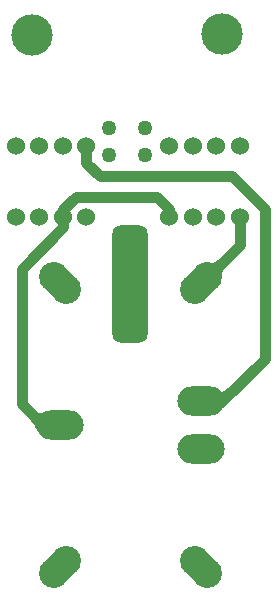
<source format=gbl>
G04*
G04 #@! TF.GenerationSoftware,Altium Limited,Altium Designer,23.10.1 (27)*
G04*
G04 Layer_Physical_Order=2*
G04 Layer_Color=16711680*
%FSLAX25Y25*%
%MOIN*%
G70*
G04*
G04 #@! TF.SameCoordinates,1CDB52BC-5702-4D16-9384-FD81A510AF7B*
G04*
G04*
G04 #@! TF.FilePolarity,Positive*
G04*
G01*
G75*
%ADD22C,0.03500*%
%ADD23C,0.02000*%
%ADD25C,0.06000*%
G04:AMPARAMS|DCode=26|XSize=118.11mil|YSize=393.7mil|CornerRadius=29.53mil|HoleSize=0mil|Usage=FLASHONLY|Rotation=0.000|XOffset=0mil|YOffset=0mil|HoleType=Round|Shape=RoundedRectangle|*
%AMROUNDEDRECTD26*
21,1,0.11811,0.33465,0,0,0.0*
21,1,0.05906,0.39370,0,0,0.0*
1,1,0.05906,0.02953,-0.16732*
1,1,0.05906,-0.02953,-0.16732*
1,1,0.05906,-0.02953,0.16732*
1,1,0.05906,0.02953,0.16732*
%
%ADD26ROUNDEDRECTD26*%
G04:AMPARAMS|DCode=27|XSize=98.43mil|YSize=157.48mil|CornerRadius=0mil|HoleSize=0mil|Usage=FLASHONLY|Rotation=315.000|XOffset=0mil|YOffset=0mil|HoleType=Round|Shape=Round|*
%AMOVALD27*
21,1,0.05906,0.09843,0.00000,0.00000,45.0*
1,1,0.09843,-0.02088,-0.02088*
1,1,0.09843,0.02088,0.02088*
%
%ADD27OVALD27*%

G04:AMPARAMS|DCode=28|XSize=98.43mil|YSize=157.48mil|CornerRadius=0mil|HoleSize=0mil|Usage=FLASHONLY|Rotation=225.000|XOffset=0mil|YOffset=0mil|HoleType=Round|Shape=Round|*
%AMOVALD28*
21,1,0.05906,0.09843,0.00000,0.00000,315.0*
1,1,0.09843,-0.02088,0.02088*
1,1,0.09843,0.02088,-0.02088*
%
%ADD28OVALD28*%

%ADD29O,0.15748X0.09843*%
%ADD30C,0.05000*%
%ADD31C,0.13780*%
G36*
X25673Y62802D02*
X26283Y62216D01*
X27357Y61340D01*
X27822Y61048D01*
X28237Y60855D01*
X28605Y60759D01*
X28923Y60761D01*
X29194Y60861D01*
X29415Y61059D01*
X29588Y61355D01*
X27020Y55408D01*
X26930Y55706D01*
X26801Y56022D01*
X26631Y56356D01*
X26421Y56709D01*
X26171Y57079D01*
X25551Y57875D01*
X25181Y58301D01*
X24319Y59206D01*
X25673Y62802D01*
D02*
G37*
G36*
X93401Y66926D02*
X89240Y62568D01*
X87788Y68737D01*
X87910Y68388D01*
X88086Y68144D01*
X88317Y68004D01*
X88602Y67967D01*
X88942Y68035D01*
X89336Y68207D01*
X89785Y68482D01*
X90288Y68862D01*
X90846Y69346D01*
X91459Y69933D01*
X93401Y66926D01*
D02*
G37*
G36*
X91025Y110550D02*
X90408Y109908D01*
X89441Y108745D01*
X89092Y108223D01*
X88832Y107741D01*
X88662Y107300D01*
X88581Y106899D01*
X88589Y106539D01*
X88687Y106218D01*
X88875Y105938D01*
X84218Y111156D01*
X84471Y110942D01*
X84767Y110819D01*
X85106Y110788D01*
X85487Y110849D01*
X85910Y111001D01*
X86376Y111245D01*
X86884Y111581D01*
X87435Y112009D01*
X88028Y112528D01*
X88664Y113139D01*
X91025Y110550D01*
D02*
G37*
D22*
X92000Y140000D02*
X103000Y129000D01*
X48000Y140000D02*
X92000D01*
X43622Y144378D02*
X48000Y140000D01*
X71181Y126189D02*
Y128819D01*
X67000Y133000D02*
X71181Y128819D01*
X40000Y133000D02*
X67000D01*
X35748Y128748D02*
X40000Y133000D01*
X103000Y79000D02*
Y129000D01*
X88874Y64874D02*
X103000Y79000D01*
X29000Y57000D02*
X33378D01*
X22000Y64000D02*
Y109000D01*
X35748Y122748D01*
X94803Y116803D02*
Y126189D01*
X43622Y144378D02*
Y149811D01*
X35748Y122748D02*
Y126189D01*
Y128748D01*
X82244Y104244D02*
X94803Y116803D01*
X22000Y64000D02*
X29000Y57000D01*
X80622Y64874D02*
X88874D01*
D23*
X80622Y104244D02*
X82244D01*
D25*
X27874Y149811D02*
D03*
X35748D02*
D03*
X43622D02*
D03*
X71181D02*
D03*
X79055D02*
D03*
X86929D02*
D03*
X94803D02*
D03*
Y126189D02*
D03*
X86929D02*
D03*
X79055D02*
D03*
X71181D02*
D03*
X43622D02*
D03*
X35748D02*
D03*
X27874D02*
D03*
X20000D02*
D03*
Y149811D02*
D03*
D26*
X58278Y103930D02*
D03*
D27*
X81900Y104174D02*
D03*
X34656Y9686D02*
D03*
D28*
Y104174D02*
D03*
X81900Y9686D02*
D03*
D29*
X34656Y56930D02*
D03*
X81900Y64804D02*
D03*
Y49056D02*
D03*
D30*
X51000Y147000D02*
D03*
X63000D02*
D03*
Y156000D02*
D03*
X51000D02*
D03*
D31*
X88700Y187100D02*
D03*
X25600Y187000D02*
D03*
M02*

</source>
